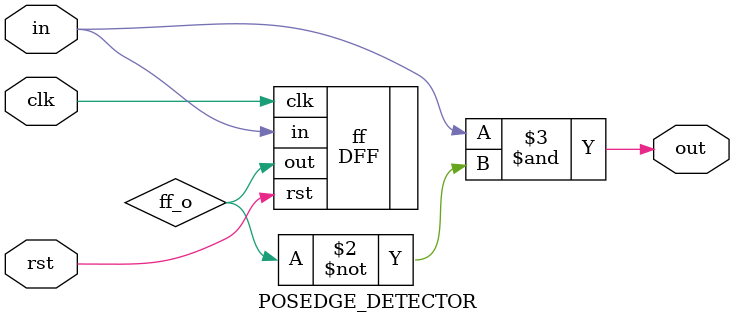
<source format=sv>
module POSEDGE_DETECTOR (
    input wire clk,
    input wire rst,
    input wire in,
    output reg out
);
    wire ff_o; 

    DFF #(.BITS(1)) ff (            
        .in(in),// 3 MSB from raddr to be generated from SR_CTRL
        .clk(clk),
        .rst(rst),
        .out(ff_o)
    );
    
    always_comb begin 
        out = in & ~ff_o;
    end
endmodule
</source>
